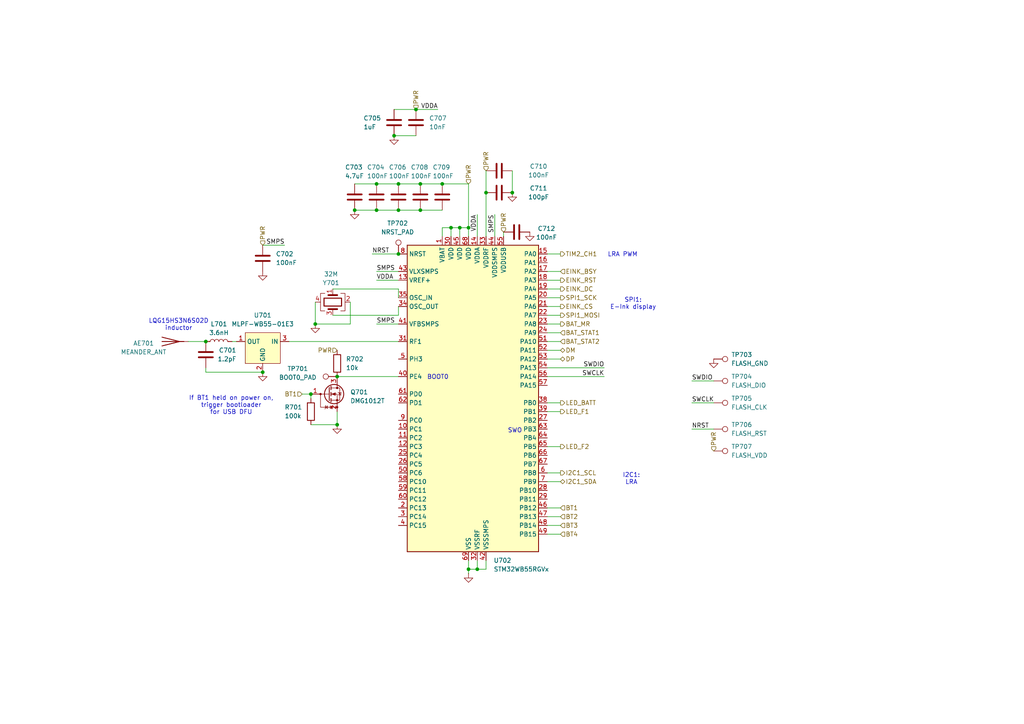
<source format=kicad_sch>
(kicad_sch (version 20231120) (generator "eeschema") (generator_version "8.0")
  (paper "A4")
  (title_block (title "Microcontroller") (date "2025-02-05") (rev "1") (company "Mosaic Labs") (comment 1 "Lucas Merritt"))
  (lib_symbols
    (symbol "Connector:TestPoint" (pin_numbers hide) (pin_names (offset 0.762) hide)
      (property "Reference" "TP" (at 0 6.858 0))
      (property "Value" "TestPoint" (at 0 5.08 0))
      (symbol "TestPoint_0_1"
        (circle (center 0 3.302) (radius 0.762))
      )
      (symbol "TestPoint_1_1"
        (pin passive line (at 0 0 90) (length 2.54) (name "1") (number "1"))
      )
    )
    (symbol "Device:Antenna" (pin_numbers hide) (pin_names (offset 1.016) hide)
      (property "Reference" "AE" (at -1.905 1.905 0))
      (property "Value" "Antenna" (at -1.905 0 0))
      (symbol "Antenna_0_1"
        (polyline (pts (xy 0 2.54) (xy 0 -3.81)) (stroke (width 0.254)))
        (polyline (pts (xy 1.27 2.54) (xy 0 -2.54) (xy -1.27 2.54)) (stroke (width 0.254)))
      )
      (symbol "Antenna_1_1"
        (pin input line (at 0 -5.08 90) (length 2.54) (name "A") (number "1"))
      )
    )
    (symbol "Device:C" (pin_numbers hide) (pin_names (offset 0.254))
      (property "Reference" "C" (at 0.635 2.54 0))
      (property "Value" "C" (at 0.635 -2.54 0))
      (symbol "C_0_1"
        (polyline (pts (xy -2.032 -0.762) (xy 2.032 -0.762)) (stroke (width 0.508)))
        (polyline (pts (xy -2.032 0.762) (xy 2.032 0.762)) (stroke (width 0.508)))
      )
      (symbol "C_1_1"
        (pin passive line (at 0 3.81 270) (length 2.794) (name "~") (number "1"))
        (pin passive line (at 0 -3.81 90) (length 2.794) (name "~") (number "2"))
      )
    )
    (symbol "Device:Crystal_GND24" (pin_names (offset 1.016) hide)
      (property "Reference" "Y" (at 3.175 5.08 0))
      (property "Value" "Crystal_GND24" (at 3.175 3.175 0))
      (symbol "Crystal_GND24_0_1"
        (rectangle (start -1.143 2.54) (end 1.143 -2.54) (stroke (width 0.3048)))
        (polyline (pts (xy -2.54 0) (xy -2.032 0)))
        (polyline (pts (xy -2.032 -1.27) (xy -2.032 1.27)) (stroke (width 0.508)))
        (polyline (pts (xy 0 -3.81) (xy 0 -3.556)))
        (polyline (pts (xy 0 3.556) (xy 0 3.81)))
        (polyline (pts (xy 2.032 -1.27) (xy 2.032 1.27)) (stroke (width 0.508)))
        (polyline (pts (xy 2.032 0) (xy 2.54 0)))
        (polyline (pts (xy -2.54 -2.286) (xy -2.54 -3.556) (xy 2.54 -3.556) (xy 2.54 -2.286)))
        (polyline (pts (xy -2.54 2.286) (xy -2.54 3.556) (xy 2.54 3.556) (xy 2.54 2.286)))
      )
      (symbol "Crystal_GND24_1_1"
        (pin passive line (at -3.81 0 0) (length 1.27) (name "1") (number "1"))
        (pin passive line (at 0 5.08 270) (length 1.27) (name "2") (number "2"))
        (pin passive line (at 3.81 0 180) (length 1.27) (name "3") (number "3"))
        (pin passive line (at 0 -5.08 90) (length 1.27) (name "4") (number "4"))
      )
    )
    (symbol "Device:L" (pin_numbers hide) (pin_names (offset 1.016) hide)
      (property "Reference" "L" (at -1.27 0 90))
      (property "Value" "L" (at 1.905 0 90))
      (symbol "L_0_1"
        (arc (start 0 -2.54) (mid 0.6323 -1.905) (end 0 -1.27))
        (arc (start 0 -1.27) (mid 0.6323 -0.635) (end 0 0))
        (arc (start 0 0) (mid 0.6323 0.635) (end 0 1.27))
        (arc (start 0 1.27) (mid 0.6323 1.905) (end 0 2.54))
      )
      (symbol "L_1_1"
        (pin passive line (at 0 3.81 270) (length 1.27) (name "1") (number "1"))
        (pin passive line (at 0 -3.81 90) (length 1.27) (name "2") (number "2"))
      )
    )
    (symbol "Device:R" (pin_numbers hide) (pin_names (offset 0))
      (property "Reference" "R" (at 2.032 0 90))
      (property "Value" "R" (at 0 0 90))
      (symbol "R_0_1"
        (rectangle (start -1.016 -2.54) (end 1.016 2.54) (stroke (width 0.254)))
      )
      (symbol "R_1_1"
        (pin passive line (at 0 3.81 270) (length 1.27) (name "~") (number "1"))
        (pin passive line (at 0 -3.81 90) (length 1.27) (name "~") (number "2"))
      )
    )
    (symbol "MCU_ST_STM32WB:STM32WB55RGVx"
      (property "Reference" "U" (at -17.78 46.99 0))
      (property "Value" "STM32WB55RGVx" (at 12.7 46.99 0))
      (symbol "STM32WB55RGVx_0_1"
        (rectangle (start -17.78 -43.18) (end 20.32 45.72) (stroke (width 0.254)) (fill (type background)))
      )
      (symbol "STM32WB55RGVx_1_1"
        (pin power_in line (at -7.62 48.26 270) (length 2.54) (name "VBAT") (number "1"))
        (pin bidirectional line (at -20.32 -7.62 0) (length 2.54) (name "PC1") (number "10"))
        (pin bidirectional line (at -20.32 -10.16 0) (length 2.54) (name "PC2") (number "11"))
        (pin bidirectional line (at -20.32 -12.7 0) (length 2.54) (name "PC3") (number "12"))
        (pin input line (at -20.32 35.56 0) (length 2.54) (name "VREF+") (number "13"))
        (pin power_in line (at 2.54 48.26 270) (length 2.54) (name "VDDA") (number "14"))
        (pin bidirectional line (at 22.86 43.18 180) (length 2.54) (name "PA0") (number "15"))
        (pin bidirectional line (at 22.86 40.64 180) (length 2.54) (name "PA1") (number "16"))
        (pin bidirectional line (at 22.86 38.1 180) (length 2.54) (name "PA2") (number "17"))
        (pin bidirectional line (at 22.86 35.56 180) (length 2.54) (name "PA3") (number "18"))
        (pin bidirectional line (at 22.86 33.02 180) (length 2.54) (name "PA4") (number "19"))
        (pin bidirectional line (at -20.32 -30.48 0) (length 2.54) (name "PC13") (number "2"))
        (pin bidirectional line (at 22.86 30.48 180) (length 2.54) (name "PA5") (number "20"))
        (pin bidirectional line (at 22.86 27.94 180) (length 2.54) (name "PA6") (number "21"))
        (pin bidirectional line (at 22.86 25.4 180) (length 2.54) (name "PA7") (number "22"))
        (pin bidirectional line (at 22.86 22.86 180) (length 2.54) (name "PA8") (number "23"))
        (pin bidirectional line (at 22.86 20.32 180) (length 2.54) (name "PA9") (number "24"))
        (pin bidirectional line (at -20.32 -15.24 0) (length 2.54) (name "PC4") (number "25"))
        (pin bidirectional line (at -20.32 -17.78 0) (length 2.54) (name "PC5") (number "26"))
        (pin bidirectional line (at 22.86 -5.08 180) (length 2.54) (name "PB2") (number "27"))
        (pin bidirectional line (at 22.86 -25.4 180) (length 2.54) (name "PB10") (number "28"))
        (pin bidirectional line (at 22.86 -27.94 180) (length 2.54) (name "PB11") (number "29"))
        (pin bidirectional line (at -20.32 -33.02 0) (length 2.54) (name "PC14") (number "3"))
        (pin power_in line (at -5.08 48.26 270) (length 2.54) (name "VDD") (number "30"))
        (pin bidirectional line (at -20.32 17.78 0) (length 2.54) (name "RF1") (number "31"))
        (pin power_in line (at 2.54 -45.72 90) (length 2.54) (name "VSSRF") (number "32"))
        (pin power_in line (at 5.08 48.26 270) (length 2.54) (name "VDDRF") (number "33"))
        (pin input line (at -20.32 27.94 0) (length 2.54) (name "OSC_OUT") (number "34"))
        (pin input line (at -20.32 30.48 0) (length 2.54) (name "OSC_IN") (number "35"))
        (pin no_connect line (at -17.78 -43.18 0) (length 2.54) hide (name "AT0") (number "36"))
        (pin no_connect line (at -17.78 -40.64 0) (length 2.54) hide (name "AT1") (number "37"))
        (pin bidirectional line (at 22.86 0 180) (length 2.54) (name "PB0") (number "38"))
        (pin bidirectional line (at 22.86 -2.54 180) (length 2.54) (name "PB1") (number "39"))
        (pin bidirectional line (at -20.32 -35.56 0) (length 2.54) (name "PC15") (number "4"))
        (pin bidirectional line (at -20.32 7.62 0) (length 2.54) (name "PE4") (number "40"))
        (pin input line (at -20.32 22.86 0) (length 2.54) (name "VFBSMPS") (number "41"))
        (pin power_in line (at 5.08 -45.72 90) (length 2.54) (name "VSSSMPS") (number "42"))
        (pin power_in line (at -20.32 38.1 0) (length 2.54) (name "VLXSMPS") (number "43"))
        (pin power_in line (at 7.62 48.26 270) (length 2.54) (name "VDDSMPS") (number "44"))
        (pin power_in line (at -2.54 48.26 270) (length 2.54) (name "VDD") (number "45"))
        (pin bidirectional line (at 22.86 -30.48 180) (length 2.54) (name "PB12") (number "46"))
        (pin bidirectional line (at 22.86 -33.02 180) (length 2.54) (name "PB13") (number "47"))
        (pin bidirectional line (at 22.86 -35.56 180) (length 2.54) (name "PB14") (number "48"))
        (pin bidirectional line (at 22.86 -38.1 180) (length 2.54) (name "PB15") (number "49"))
        (pin bidirectional line (at -20.32 12.7 0) (length 2.54) (name "PH3") (number "5"))
        (pin bidirectional line (at -20.32 -20.32 0) (length 2.54) (name "PC6") (number "50"))
        (pin bidirectional line (at 22.86 17.78 180) (length 2.54) (name "PA10") (number "51"))
        (pin bidirectional line (at 22.86 15.24 180) (length 2.54) (name "PA11") (number "52"))
        (pin bidirectional line (at 22.86 12.7 180) (length 2.54) (name "PA12") (number "53"))
        (pin bidirectional line (at 22.86 10.16 180) (length 2.54) (name "PA13") (number "54"))
        (pin power_in line (at 10.16 48.26 270) (length 2.54) (name "VDDUSB") (number "55"))
        (pin bidirectional line (at 22.86 7.62 180) (length 2.54) (name "PA14") (number "56"))
        (pin bidirectional line (at 22.86 5.08 180) (length 2.54) (name "PA15") (number "57"))
        (pin bidirectional line (at -20.32 -22.86 0) (length 2.54) (name "PC10") (number "58"))
        (pin bidirectional line (at -20.32 -25.4 0) (length 2.54) (name "PC11") (number "59"))
        (pin bidirectional line (at 22.86 -20.32 180) (length 2.54) (name "PB8") (number "6"))
        (pin bidirectional line (at -20.32 -27.94 0) (length 2.54) (name "PC12") (number "60"))
        (pin bidirectional line (at -20.32 2.54 0) (length 2.54) (name "PD0") (number "61"))
        (pin bidirectional line (at -20.32 0 0) (length 2.54) (name "PD1") (number "62"))
        (pin bidirectional line (at 22.86 -7.62 180) (length 2.54) (name "PB3") (number "63"))
        (pin bidirectional line (at 22.86 -10.16 180) (length 2.54) (name "PB4") (number "64"))
        (pin bidirectional line (at 22.86 -12.7 180) (length 2.54) (name "PB5") (number "65"))
        (pin bidirectional line (at 22.86 -15.24 180) (length 2.54) (name "PB6") (number "66"))
        (pin bidirectional line (at 22.86 -17.78 180) (length 2.54) (name "PB7") (number "67"))
        (pin power_in line (at 0 48.26 270) (length 2.54) (name "VDD") (number "68"))
        (pin power_in line (at 0 -45.72 90) (length 2.54) (name "VSS") (number "69"))
        (pin bidirectional line (at 22.86 -22.86 180) (length 2.54) (name "PB9") (number "7"))
        (pin input line (at -20.32 43.18 0) (length 2.54) (name "NRST") (number "8"))
        (pin bidirectional line (at -20.32 -5.08 0) (length 2.54) (name "PC0") (number "9"))
      )
    )
    (symbol "Raven:MLPF-WB55-01E3-2"
      (property "Reference" "U" (at -5.588 1.778 0))
      (property "Value" "MLPF-WB55-01E3" (at 2.794 -0.254 0))
      (symbol "MLPF-WB55-01E3-2_1_1"
        (rectangle (start -2.54 -1.27) (end 7.62 -10.16) (fill (type background)))
        (pin output line (at 10.16 -3.81 180) (length 2.54) (name "OUT") (number "1"))
        (pin power_in line (at 2.54 -12.7 90) (length 2.54) (name "GND") (number "2"))
        (pin input line (at -5.08 -3.81 0) (length 2.54) (name "IN") (number "3"))
        (pin power_in line (at 2.54 -12.7 90) (length 2.54) hide (name "GND") (number "4"))
        (pin power_in line (at 2.54 -12.7 90) (length 2.54) hide (name "GND") (number "5"))
        (pin power_in line (at 2.54 -12.7 90) (length 2.54) hide (name "GND") (number "6"))
      )
    )
    (symbol "Transistor_FET:DMG1012T" (pin_names (offset 0) hide)
      (property "Reference" "Q" (at 5.08 1.905 0))
      (property "Value" "DMG1012T" (at 5.08 0 0))
      (symbol "DMG1012T_0_1"
        (polyline (pts (xy 2.54 -3.81) (xy -2.286 -3.81) (xy -2.286 0)))
      )
      (symbol "DMG1012T_1_1"
        (circle (center -2.286 0) (radius 0.254) (fill (type outline)))
        (polyline (pts (xy 0.254 0) (xy -2.54 0)))
        (polyline (pts (xy 0.254 1.905) (xy 0.254 -1.905)) (stroke (width 0.254)))
        (polyline (pts (xy 0.762 -1.27) (xy 0.762 -2.286)) (stroke (width 0.254)))
        (polyline (pts (xy 0.762 0.508) (xy 0.762 -0.508)) (stroke (width 0.254)))
        (polyline (pts (xy 0.762 2.286) (xy 0.762 1.27)) (stroke (width 0.254)))
        (polyline (pts (xy 2.54 2.54) (xy 2.54 1.778)))
        (polyline (pts (xy 2.54 -2.54) (xy 2.54 0) (xy 0.762 0)))
        (polyline (pts (xy -1.016 -4.318) (xy -0.889 -4.191) (xy -0.889 -3.429) (xy -0.762 -3.302)))
        (polyline (pts (xy -0.889 -3.81) (xy -0.254 -4.191) (xy -0.254 -3.429) (xy -0.889 -3.81)))
        (polyline (pts (xy 0.762 -1.778) (xy 3.302 -1.778) (xy 3.302 1.778) (xy 0.762 1.778)))
        (polyline (pts (xy 1.016 0) (xy 2.032 0.381) (xy 2.032 -0.381) (xy 1.016 0)) (fill (type outline)))
        (polyline (pts (xy 1.143 -3.81) (xy 0.508 -3.429) (xy 0.508 -4.191) (xy 1.143 -3.81)))
        (polyline (pts (xy 1.27 -3.302) (xy 1.143 -3.429) (xy 1.143 -4.191) (xy 1.016 -4.318)))
        (polyline (pts (xy 2.794 0.508) (xy 2.921 0.381) (xy 3.683 0.381) (xy 3.81 0.254)))
        (polyline (pts (xy 3.302 0.381) (xy 2.921 -0.254) (xy 3.683 -0.254) (xy 3.302 0.381)))
        (circle (center 1.651 0) (radius 2.794) (stroke (width 0.254)))
        (circle (center 2.54 -3.81) (radius 0.254) (fill (type outline)))
        (circle (center 2.54 -1.778) (radius 0.254) (fill (type outline)))
        (circle (center 2.54 1.778) (radius 0.254) (fill (type outline)))
        (pin input line (at -5.08 0 0) (length 2.54) (name "G") (number "1"))
        (pin passive line (at 2.54 -5.08 90) (length 2.54) (name "S") (number "2"))
        (pin passive line (at 2.54 5.08 270) (length 2.54) (name "D") (number "3"))
      )
    )
    (symbol "power:GND" (power) (pin_numbers hide) (pin_names (offset 0) hide)
      (property "Value" "GND" (at 0 -3.81 0))
      (symbol "GND_0_1"
        (polyline (pts (xy 0 0) (xy 0 -1.27) (xy 1.27 -1.27) (xy 0 -2.54) (xy -1.27 -1.27) (xy 0 -1.27)))
      )
      (symbol "GND_1_1"
        (pin power_in line (at 0 0 270) (length 0) (name "~") (number "1"))
      )
    )
  )
  (junction (at 114.3 39.37))
  (junction (at 128.27 53.34))
  (junction (at 121.92 53.34))
  (junction (at 97.79 109.22))
  (junction (at 140.97 55.88))
  (junction (at 109.22 60.96))
  (junction (at 135.89 66.04))
  (junction (at 130.81 66.04))
  (junction (at 115.57 60.96))
  (junction (at 120.65 31.75))
  (junction (at 91.44 93.98))
  (junction (at 148.59 55.88))
  (junction (at 76.2 107.95))
  (junction (at 115.57 53.34))
  (junction (at 109.22 53.34))
  (junction (at 115.57 73.66))
  (junction (at 59.69 99.06))
  (junction (at 121.92 60.96))
  (junction (at 90.17 114.3))
  (junction (at 97.79 123.19))
  (junction (at 102.87 60.96))
  (junction (at 138.43 165.1))
  (junction (at 133.35 66.04))
  (junction (at 135.89 165.1))
  (wire (pts (xy 135.89 162.56) (xy 135.89 165.1)))
  (wire (pts (xy 158.75 104.14) (xy 162.56 104.14)))
  (wire (pts (xy 91.44 93.98) (xy 91.44 87.63)))
  (wire (pts (xy 87.63 114.3) (xy 90.17 114.3)))
  (wire (pts (xy 143.51 62.23) (xy 143.51 68.58)))
  (wire (pts (xy 138.43 165.1) (xy 138.43 162.56)))
  (wire (pts (xy 207.01 110.49) (xy 200.66 110.49)))
  (wire (pts (xy 158.75 137.16) (xy 162.56 137.16)))
  (wire (pts (xy 158.75 101.6) (xy 162.56 101.6)))
  (wire (pts (xy 109.22 53.34) (xy 115.57 53.34)))
  (wire (pts (xy 115.57 91.44) (xy 115.57 88.9)))
  (wire (pts (xy 114.3 39.37) (xy 120.65 39.37)))
  (wire (pts (xy 109.22 93.98) (xy 115.57 93.98)))
  (wire (pts (xy 158.75 149.86) (xy 162.56 149.86)))
  (wire (pts (xy 140.97 49.53) (xy 140.97 55.88)))
  (wire (pts (xy 158.75 109.22) (xy 175.26 109.22)))
  (wire (pts (xy 158.75 91.44) (xy 162.56 91.44)))
  (wire (pts (xy 107.95 73.66) (xy 115.57 73.66)))
  (wire (pts (xy 148.59 49.53) (xy 148.59 55.88)))
  (wire (pts (xy 128.27 66.04) (xy 130.81 66.04)))
  (wire (pts (xy 158.75 129.54) (xy 162.56 129.54)))
  (wire (pts (xy 135.89 66.04) (xy 133.35 66.04)))
  (wire (pts (xy 130.81 66.04) (xy 133.35 66.04)))
  (wire (pts (xy 97.79 109.22) (xy 115.57 109.22)))
  (wire (pts (xy 109.22 78.74) (xy 115.57 78.74)))
  (wire (pts (xy 59.69 106.68) (xy 59.69 107.95)))
  (wire (pts (xy 158.75 83.82) (xy 162.56 83.82)))
  (wire (pts (xy 97.79 119.38) (xy 97.79 123.19)))
  (wire (pts (xy 158.75 116.84) (xy 162.56 116.84)))
  (wire (pts (xy 140.97 55.88) (xy 140.97 68.58)))
  (wire (pts (xy 158.75 88.9) (xy 162.56 88.9)))
  (wire (pts (xy 109.22 81.28) (xy 115.57 81.28)))
  (wire (pts (xy 67.31 99.06) (xy 68.58 99.06)))
  (wire (pts (xy 90.17 123.19) (xy 97.79 123.19)))
  (wire (pts (xy 102.87 60.96) (xy 109.22 60.96)))
  (wire (pts (xy 135.89 68.58) (xy 135.89 66.04)))
  (wire (pts (xy 127 31.75) (xy 120.65 31.75)))
  (wire (pts (xy 109.22 60.96) (xy 115.57 60.96)))
  (wire (pts (xy 162.56 93.98) (xy 158.75 93.98)))
  (wire (pts (xy 158.75 86.36) (xy 162.56 86.36)))
  (wire (pts (xy 59.69 107.95) (xy 76.2 107.95)))
  (wire (pts (xy 135.89 165.1) (xy 135.89 166.37)))
  (wire (pts (xy 158.75 147.32) (xy 162.56 147.32)))
  (wire (pts (xy 146.05 67.31) (xy 146.05 68.58)))
  (wire (pts (xy 101.6 93.98) (xy 91.44 93.98)))
  (wire (pts (xy 54.61 99.06) (xy 59.69 99.06)))
  (wire (pts (xy 115.57 53.34) (xy 121.92 53.34)))
  (wire (pts (xy 140.97 165.1) (xy 140.97 162.56)))
  (wire (pts (xy 158.75 81.28) (xy 162.56 81.28)))
  (wire (pts (xy 158.75 154.94) (xy 162.56 154.94)))
  (wire (pts (xy 83.82 99.06) (xy 115.57 99.06)))
  (wire (pts (xy 133.35 66.04) (xy 133.35 68.58)))
  (wire (pts (xy 158.75 78.74) (xy 162.56 78.74)))
  (wire (pts (xy 101.6 87.63) (xy 101.6 93.98)))
  (wire (pts (xy 158.75 119.38) (xy 162.56 119.38)))
  (wire (pts (xy 130.81 68.58) (xy 130.81 66.04)))
  (wire (pts (xy 158.75 152.4) (xy 162.56 152.4)))
  (wire (pts (xy 162.56 96.52) (xy 158.75 96.52)))
  (wire (pts (xy 138.43 62.23) (xy 138.43 68.58)))
  (wire (pts (xy 158.75 73.66) (xy 162.56 73.66)))
  (wire (pts (xy 115.57 86.36) (xy 115.57 83.82)))
  (wire (pts (xy 158.75 139.7) (xy 162.56 139.7)))
  (wire (pts (xy 115.57 60.96) (xy 121.92 60.96)))
  (wire (pts (xy 135.89 66.04) (xy 135.89 53.34)))
  (wire (pts (xy 162.56 99.06) (xy 158.75 99.06)))
  (wire (pts (xy 121.92 53.34) (xy 128.27 53.34)))
  (wire (pts (xy 90.17 114.3) (xy 90.17 115.57)))
  (wire (pts (xy 135.89 165.1) (xy 138.43 165.1)))
  (wire (pts (xy 115.57 83.82) (xy 96.52 83.82)))
  (wire (pts (xy 207.01 116.84) (xy 200.66 116.84)))
  (wire (pts (xy 200.66 124.46) (xy 207.01 124.46)))
  (wire (pts (xy 102.87 53.34) (xy 109.22 53.34)))
  (wire (pts (xy 128.27 68.58) (xy 128.27 66.04)))
  (wire (pts (xy 121.92 60.96) (xy 128.27 60.96)))
  (wire (pts (xy 96.52 91.44) (xy 115.57 91.44)))
  (wire (pts (xy 114.3 31.75) (xy 120.65 31.75)))
  (wire (pts (xy 138.43 165.1) (xy 140.97 165.1)))
  (wire (pts (xy 82.55 71.12) (xy 76.2 71.12)))
  (wire (pts (xy 158.75 106.68) (xy 175.26 106.68)))
  (wire (pts (xy 128.27 53.34) (xy 135.89 53.34)))
  (text "LQG15HS3N6S02D\ninductor\n" (at 51.816 94.234 0) (effects (font (size 1.27 1.27))))
  (text "If BT1 held on power on,\ntrigger bootloader\nfor USB DFU" (at 67.056 117.602 0) (effects (font (size 1.27 1.27))))
  (text "SWO" (at 149.352 124.968 0) (effects (font (size 1.27 1.27))))
  (text "LRA PWM" (at 180.594 73.914 0) (effects (font (size 1.27 1.27))))
  (text "SPI1:\nE-Ink display" (at 183.642 88.138 0) (effects (font (size 1.27 1.27))))
  (text "I2C1:\nLRA" (at 183.134 138.938 0) (effects (font (size 1.27 1.27))))
  (text "BOOT0" (at 127 109.474 0) (effects (font (size 1.27 1.27))))
  (label "SMPS" (at 82.55 71.12 180))
  (label "SMPS" (at 109.22 93.98 0))
  (label "SWCLK" (at 175.26 109.22 180))
  (label "VDDA" (at 109.22 81.28 0))
  (label "NRST" (at 200.66 124.46 0))
  (label "VDDA" (at 127 31.75 180))
  (label "VDDA" (at 138.43 62.23 270))
  (label "SMPS" (at 109.22 78.74 0))
  (label "NRST" (at 107.95 73.66 0))
  (label "SWDIO" (at 200.66 110.49 0))
  (label "SWDIO" (at 175.26 106.68 180))
  (label "SWCLK" (at 200.66 116.84 0))
  (label "SMPS" (at 143.51 62.23 270))
  (hierarchical_label "BT3" (shape input) (at 162.56 152.4 0))
  (hierarchical_label "I2C1_SCL" (shape output) (at 162.56 137.16 0))
  (hierarchical_label "BT2" (shape input) (at 162.56 149.86 0))
  (hierarchical_label "SPI1_MOSI" (shape output) (at 162.56 91.44 0))
  (hierarchical_label "LED_BATT" (shape output) (at 162.56 116.84 0))
  (hierarchical_label "SPI1_SCK" (shape output) (at 162.56 86.36 0))
  (hierarchical_label "LED_F1" (shape output) (at 162.56 119.38 0))
  (hierarchical_label "PWR" (shape input) (at 146.05 67.31 90))
  (hierarchical_label "PWR" (shape input) (at 135.89 53.34 90))
  (hierarchical_label "PWR" (shape input) (at 97.79 101.6 180))
  (hierarchical_label "EINK_RST" (shape output) (at 162.56 81.28 0))
  (hierarchical_label "EINK_CS" (shape output) (at 162.56 88.9 0))
  (hierarchical_label "PWR" (shape input) (at 140.97 49.53 90))
  (hierarchical_label "BT4" (shape input) (at 162.56 154.94 0))
  (hierarchical_label "BAT_STAT1" (shape input) (at 162.56 96.52 0))
  (hierarchical_label "DP" (shape bidirectional) (at 162.56 104.14 0))
  (hierarchical_label "BAT_STAT2" (shape input) (at 162.56 99.06 0))
  (hierarchical_label "PWR" (shape input) (at 120.65 31.75 90))
  (hierarchical_label "TIM2_CH1" (shape output) (at 162.56 73.66 0))
  (hierarchical_label "BAT_MR" (shape output) (at 162.56 93.98 0))
  (hierarchical_label "LED_F2" (shape output) (at 162.56 129.54 0))
  (hierarchical_label "BT1" (shape input) (at 162.56 147.32 0))
  (hierarchical_label "EINK_DC" (shape output) (at 162.56 83.82 0))
  (hierarchical_label "DM" (shape bidirectional) (at 162.56 101.6 0))
  (hierarchical_label "I2C1_SDA" (shape bidirectional) (at 162.56 139.7 0))
  (hierarchical_label "PWR" (shape input) (at 207.01 130.81 90))
  (hierarchical_label "PWR" (shape input) (at 76.2 71.12 90))
  (hierarchical_label "BT1" (shape input) (at 87.63 114.3 180))
  (hierarchical_label "EINK_BSY" (shape input) (at 162.56 78.74 0))
  (symbol (lib_id "Device:C") (at 121.92 57.15 0) (unit 1)
    (property "Reference" "C708" (at 119.126 48.514 0) (effects (justify left)))
    (property "Value" "100nF" (at 119.126 51.054 0) (effects (justify left)))
    (property "Footprint" "Capacitor_SMD:C_0402_1005Metric" (effects (hide yes)))
    (property "Description" "Unpolarized capacitor" (effects (hide yes)))
  )
  (symbol (lib_id "Device:C") (at 59.69 102.87 0) (mirror y) (unit 1)
    (property "Reference" "C701" (at 68.58 101.6 0) (effects (justify left)))
    (property "Value" "1.2pF" (at 68.58 104.14 0) (effects (justify left)))
    (property "Footprint" "Capacitor_SMD:C_0402_1005Metric" (effects (hide yes)))
    (property "Description" "Unpolarized capacitor" (effects (hide yes)))
  )
  (symbol (lib_id "Device:C") (at 144.78 49.53 90) (unit 1)
    (property "Reference" "C710" (at 156.21 48.26 90))
    (property "Value" "100nF" (at 156.21 50.8 90))
    (property "Footprint" "Capacitor_SMD:C_0402_1005Metric" (effects (hide yes)))
    (property "Description" "Unpolarized capacitor" (effects (hide yes)))
  )
  (symbol (lib_id "power:GND") (at 153.67 67.31 0) (mirror y) (unit 1)
    (property "Reference" "#PWR0709" (effects (hide yes)))
    (property "Value" "GND" (effects (hide yes)))
    (property "Description" "Power symbol creates a global label with name \"GND\" , ground" (effects (hide yes)))
  )
  (symbol (lib_id "MCU_ST_STM32WB:STM32WB55RGVx") (at 135.89 116.84 0) (unit 1)
    (property "Reference" "U702" (at 143.1641 162.56 0) (effects (justify left)))
    (property "Value" "STM32WB55RGVx" (at 143.1641 165.1 0) (effects (justify left)))
    (property "Footprint" "Package_DFN_QFN:QFN-68-1EP_8x8mm_P0.4mm_EP6.4x6.4mm" (effects (hide yes)))
    (property "Datasheet" "https://www.st.com/resource/en/datasheet/stm32wb55rg.pdf" (effects (hide yes)))
    (property "Description" "STMicroelectronics Arm Cortex-M4 MCU, 1024KB flash, 256KB RAM, 64 MHz, 1.71-3.6V, 49 GPIO, VFQFPN68" (effects (hide yes)))
  )
  (symbol (lib_id "power:GND") (at 76.2 78.74 0) (unit 1)
    (property "Reference" "#PWR0701" (effects (hide yes)))
    (property "Value" "GND" (effects (hide yes)))
    (property "Description" "Power symbol creates a global label with name \"GND\" , ground" (effects (hide yes)))
  )
  (symbol (lib_id "Device:R") (at 97.79 105.41 0) (unit 1)
    (property "Reference" "R702" (at 100.33 104.1399 0) (effects (justify left)))
    (property "Value" "10k" (at 100.33 106.6799 0) (effects (justify left)))
    (property "Footprint" "Resistor_SMD:R_0402_1005Metric" (effects (hide yes)))
    (property "Description" "Resistor" (effects (hide yes)))
  )
  (symbol (lib_id "power:GND") (at 102.87 60.96 0) (unit 1)
    (property "Reference" "#PWR0705" (effects (hide yes)))
    (property "Value" "GND" (effects (hide yes)))
    (property "Description" "Power symbol creates a global label with name \"GND\" , ground" (effects (hide yes)))
  )
  (symbol (lib_id "power:GND") (at 76.2 107.95 0) (unit 1)
    (property "Reference" "#PWR0702" (effects (hide yes)))
    (property "Value" "GND" (effects (hide yes)))
    (property "Description" "Power symbol creates a global label with name \"GND\" , ground" (effects (hide yes)))
  )
  (symbol (lib_id "power:GND") (at 148.59 55.88 0) (unit 1)
    (property "Reference" "#PWR0708" (effects (hide yes)))
    (property "Value" "GND" (effects (hide yes)))
    (property "Description" "Power symbol creates a global label with name \"GND\" , ground" (effects (hide yes)))
  )
  (symbol (lib_id "Device:L") (at 63.5 99.06 90) (unit 1)
    (property "Reference" "L701" (at 63.5 93.98 90))
    (property "Value" "3.6nH" (at 63.5 96.52 90))
    (property "Footprint" "Inductor_SMD:L_0402_1005Metric" (effects (hide yes)))
    (property "Description" "Inductor" (effects (hide yes)))
  )
  (symbol (lib_id "Transistor_FET:DMG1012T") (at 95.25 114.3 0) (unit 1)
    (property "Reference" "Q701" (at 101.6 113.7284 0) (effects (justify left)))
    (property "Value" "DMG1012T" (at 101.6 116.2684 0) (effects (justify left)))
    (property "Footprint" "Package_TO_SOT_SMD:SOT-523" (effects (hide yes)))
    (property "Datasheet" "https://www.diodes.com/assets/Datasheets/ds31783.pdf" (effects (hide yes)))
    (property "Description" "20V Vds, 0.63 Id, N-Channel MOSFET with ESD protection, SOT-523" (effects (hide yes)))
  )
  (symbol (lib_id "Device:Crystal_GND24") (at 96.52 87.63 270) (unit 1)
    (property "Reference" "Y701" (at 96.012 82.042 90))
    (property "Value" "32M" (at 96.012 79.502 90))
    (property "Footprint" "Raven:XTAL_ECS-160-9-37-CKM-TR" (effects (hide yes)))
    (property "Description" "Four pin crystal, GND on pins 2 and 4" (effects (hide yes)))
  )
  (symbol (lib_id "Device:C") (at 115.57 57.15 0) (unit 1)
    (property "Reference" "C706" (at 112.776 48.514 0) (effects (justify left)))
    (property "Value" "100nF" (at 112.776 51.054 0) (effects (justify left)))
    (property "Footprint" "Capacitor_SMD:C_0402_1005Metric" (effects (hide yes)))
    (property "Description" "Unpolarized capacitor" (effects (hide yes)))
  )
  (symbol (lib_id "power:GND") (at 207.01 104.14 0) (unit 1)
    (property "Reference" "#PWR0710" (effects (hide yes)))
    (property "Value" "GND" (effects (hide yes)))
    (property "Description" "Power symbol creates a global label with name \"GND\" , ground" (effects (hide yes)))
  )
  (symbol (lib_id "Device:R") (at 90.17 119.38 0) (unit 1)
    (property "Reference" "R701" (at 82.55 118.11 0) (effects (justify left)))
    (property "Value" "100k" (at 82.55 120.65 0) (effects (justify left)))
    (property "Footprint" "Resistor_SMD:R_0402_1005Metric" (effects (hide yes)))
    (property "Description" "Resistor" (effects (hide yes)))
    (property "JLC" "0603" (effects (hide yes)))
  )
  (symbol (lib_id "Device:C") (at 144.78 55.88 90) (unit 1)
    (property "Reference" "C711" (at 156.21 54.61 90))
    (property "Value" "100pF" (at 156.21 57.15 90))
    (property "Footprint" "Capacitor_SMD:C_0402_1005Metric" (effects (hide yes)))
    (property "Description" "Unpolarized capacitor" (effects (hide yes)))
  )
  (symbol (lib_id "Device:C") (at 128.27 57.15 0) (unit 1)
    (property "Reference" "C709" (at 125.476 48.514 0) (effects (justify left)))
    (property "Value" "100nF" (at 125.476 51.054 0) (effects (justify left)))
    (property "Footprint" "Capacitor_SMD:C_0402_1005Metric" (effects (hide yes)))
    (property "Description" "Unpolarized capacitor" (effects (hide yes)))
  )
  (symbol (lib_id "Connector:TestPoint") (at 207.01 110.49 270) (unit 1)
    (property "Reference" "TP704" (at 212.09 109.2199 90) (effects (justify left)))
    (property "Value" "FLASH_DIO" (at 212.09 111.7599 90) (effects (justify left)))
    (property "Footprint" "TestPoint:TestPoint_Pad_D1.0mm" (effects (hide yes)))
    (property "Description" "test point" (effects (hide yes)))
  )
  (symbol (lib_id "Connector:TestPoint") (at 207.01 104.14 270) (unit 1)
    (property "Reference" "TP703" (at 212.09 102.8699 90) (effects (justify left)))
    (property "Value" "FLASH_GND" (at 212.09 105.4099 90) (effects (justify left)))
    (property "Footprint" "TestPoint:TestPoint_Pad_D1.0mm" (effects (hide yes)))
    (property "Description" "test point" (effects (hide yes)))
  )
  (symbol (lib_id "Device:C") (at 102.87 57.15 0) (unit 1)
    (property "Reference" "C703" (at 100.076 48.514 0) (effects (justify left)))
    (property "Value" "4.7uF" (at 100.076 51.054 0) (effects (justify left)))
    (property "Footprint" "Capacitor_SMD:C_0402_1005Metric" (effects (hide yes)))
    (property "Description" "Unpolarized capacitor" (effects (hide yes)))
  )
  (symbol (lib_id "Device:C") (at 76.2 74.93 0) (unit 1)
    (property "Reference" "C702" (at 80.01 73.6599 0) (effects (justify left)))
    (property "Value" "100nF" (at 80.01 76.1999 0) (effects (justify left)))
    (property "Footprint" "Capacitor_SMD:C_0402_1005Metric" (effects (hide yes)))
    (property "Description" "Unpolarized capacitor" (effects (hide yes)))
  )
  (symbol (lib_id "Device:C") (at 109.22 57.15 0) (unit 1)
    (property "Reference" "C704" (at 106.426 48.514 0) (effects (justify left)))
    (property "Value" "100nF" (at 106.426 51.054 0) (effects (justify left)))
    (property "Footprint" "Capacitor_SMD:C_0402_1005Metric" (effects (hide yes)))
    (property "Description" "Unpolarized capacitor" (effects (hide yes)))
  )
  (symbol (lib_id "power:GND") (at 135.89 166.37 0) (unit 1)
    (property "Reference" "#PWR0707" (effects (hide yes)))
    (property "Value" "GND" (effects (hide yes)))
    (property "Description" "Power symbol creates a global label with name \"GND\" , ground" (effects (hide yes)))
  )
  (symbol (lib_id "Connector:TestPoint") (at 207.01 116.84 270) (unit 1)
    (property "Reference" "TP705" (at 212.09 115.5699 90) (effects (justify left)))
    (property "Value" "FLASH_CLK" (at 212.09 118.1099 90) (effects (justify left)))
    (property "Footprint" "TestPoint:TestPoint_Pad_D1.0mm" (effects (hide yes)))
    (property "Description" "test point" (effects (hide yes)))
  )
  (symbol (lib_id "Raven:MLPF-WB55-01E3-2") (at 78.74 95.25 0) (mirror y) (unit 1)
    (property "Reference" "U701" (at 76.2 91.44 0))
    (property "Value" "MLPF-WB55-01E3" (at 76.2 93.98 0))
    (property "Footprint" "Raven:MLPF-WB55-01E3" (effects (hide yes)))
  )
  (symbol (lib_id "power:GND") (at 114.3 39.37 0) (unit 1)
    (property "Reference" "#PWR0706" (effects (hide yes)))
    (property "Value" "GND" (effects (hide yes)))
    (property "Description" "Power symbol creates a global label with name \"GND\" , ground" (effects (hide yes)))
  )
  (symbol (lib_id "Connector:TestPoint") (at 115.57 73.66 0) (unit 1)
    (property "Reference" "TP702" (at 115.316 64.77 0))
    (property "Value" "NRST_PAD" (at 115.316 67.31 0))
    (property "Footprint" "TestPoint:TestPoint_Pad_D1.0mm" (effects (hide yes)))
    (property "Description" "test point" (effects (hide yes)))
  )
  (symbol (lib_id "Connector:TestPoint") (at 207.01 130.81 270) (unit 1)
    (property "Reference" "TP707" (at 212.09 129.5399 90) (effects (justify left)))
    (property "Value" "FLASH_VDD" (at 212.09 132.0799 90) (effects (justify left)))
    (property "Footprint" "TestPoint:TestPoint_Pad_D1.0mm" (effects (hide yes)))
    (property "Description" "test point" (effects (hide yes)))
  )
  (symbol (lib_id "Device:C") (at 149.86 67.31 270) (mirror x) (unit 1)
    (property "Reference" "C712" (at 158.496 66.294 90))
    (property "Value" "100nF" (at 158.496 68.834 90))
    (property "Footprint" "Capacitor_SMD:C_0402_1005Metric" (effects (hide yes)))
    (property "Description" "Unpolarized capacitor" (effects (hide yes)))
  )
  (symbol (lib_id "Connector:TestPoint") (at 207.01 124.46 270) (unit 1)
    (property "Reference" "TP706" (at 212.09 123.1899 90) (effects (justify left)))
    (property "Value" "FLASH_RST" (at 212.09 125.7299 90) (effects (justify left)))
    (property "Footprint" "TestPoint:TestPoint_Pad_D1.0mm" (effects (hide yes)))
    (property "Description" "test point" (effects (hide yes)))
  )
  (symbol (lib_id "Device:Antenna") (at 49.53 99.06 90) (unit 1)
    (property "Reference" "AE701" (at 41.656 99.568 90))
    (property "Value" "MEANDER_ANT" (at 41.656 102.108 90))
    (property "Footprint" "RF_Antenna:Texas_SWRA117D_2.4GHz_Right" (effects (hide yes)))
    (property "Description" "Antenna" (effects (hide yes)))
  )
  (symbol (lib_id "Device:C") (at 120.65 35.56 0) (unit 1)
    (property "Reference" "C707" (at 124.46 34.2899 0) (effects (justify left)))
    (property "Value" "10nF" (at 124.46 36.8299 0) (effects (justify left)))
    (property "Footprint" "Capacitor_SMD:C_0402_1005Metric" (effects (hide yes)))
    (property "Description" "Unpolarized capacitor" (effects (hide yes)))
  )
  (symbol (lib_id "Device:C") (at 114.3 35.56 0) (unit 1)
    (property "Reference" "C705" (at 105.41 34.29 0) (effects (justify left)))
    (property "Value" "1uF" (at 105.41 36.83 0) (effects (justify left)))
    (property "Footprint" "Capacitor_SMD:C_0402_1005Metric" (effects (hide yes)))
    (property "Description" "Unpolarized capacitor" (effects (hide yes)))
  )
  (symbol (lib_id "power:GND") (at 91.44 93.98 0) (unit 1)
    (property "Reference" "#PWR0703" (effects (hide yes)))
    (property "Value" "GND" (effects (hide yes)))
    (property "Description" "Power symbol creates a global label with name \"GND\" , ground" (effects (hide yes)))
  )
  (symbol (lib_id "power:GND") (at 97.79 123.19 0) (unit 1)
    (property "Reference" "#PWR0704" (effects (hide yes)))
    (property "Value" "GND" (effects (hide yes)))
    (property "Description" "Power symbol creates a global label with name \"GND\" , ground" (effects (hide yes)))
  )
  (symbol (lib_id "Connector:TestPoint") (at 97.79 109.22 90) (unit 1)
    (property "Reference" "TP701" (at 86.36 106.934 90))
    (property "Value" "BOOT0_PAD" (at 86.36 109.474 90))
    (property "Footprint" "TestPoint:TestPoint_Pad_D1.0mm" (effects (hide yes)))
    (property "Description" "test point" (effects (hide yes)))
  )
)
</source>
